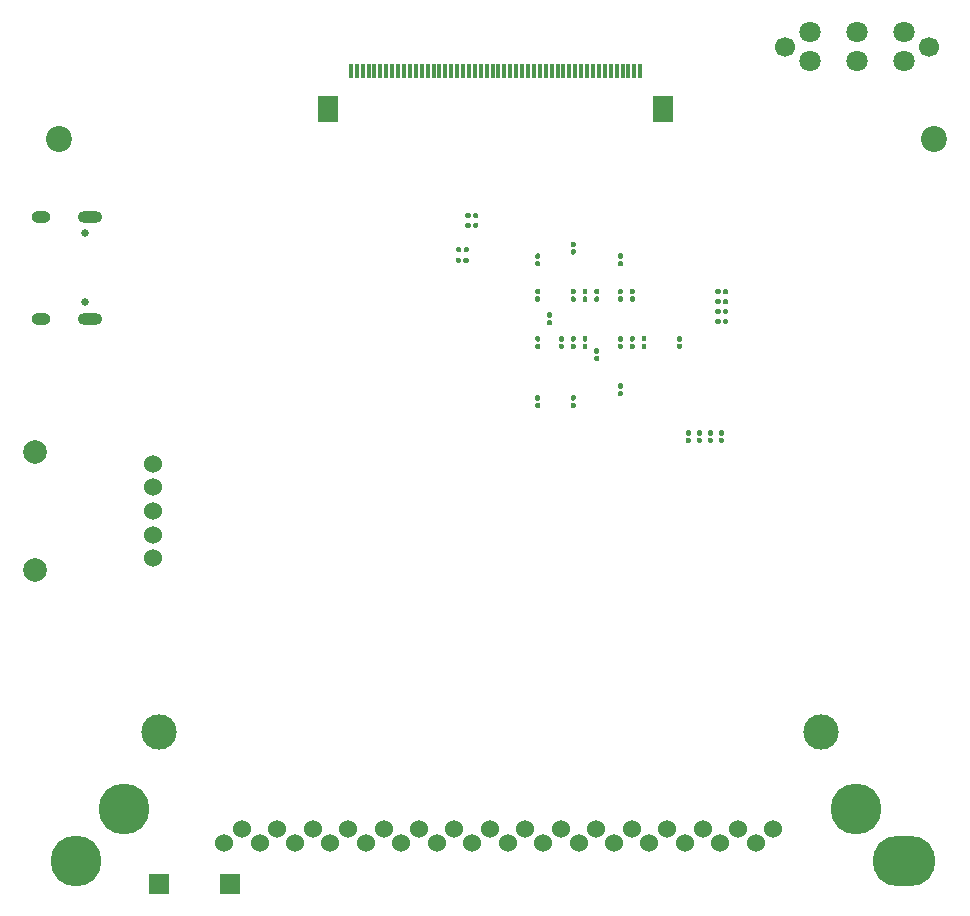
<source format=gbr>
%TF.GenerationSoftware,KiCad,Pcbnew,(5.1.10-1-10_14)*%
%TF.CreationDate,2021-07-06T18:46:16+02:00*%
%TF.ProjectId,gb-fpga,67622d66-7067-4612-9e6b-696361645f70,rev?*%
%TF.SameCoordinates,Original*%
%TF.FileFunction,Soldermask,Bot*%
%TF.FilePolarity,Negative*%
%FSLAX46Y46*%
G04 Gerber Fmt 4.6, Leading zero omitted, Abs format (unit mm)*
G04 Created by KiCad (PCBNEW (5.1.10-1-10_14)) date 2021-07-06 18:46:16*
%MOMM*%
%LPD*%
G01*
G04 APERTURE LIST*
%ADD10C,2.000000*%
%ADD11C,1.524000*%
%ADD12C,1.800000*%
%ADD13C,1.700000*%
%ADD14C,4.300000*%
%ADD15C,3.000000*%
%ADD16O,5.300000X4.300000*%
%ADD17C,2.200000*%
%ADD18O,2.100000X1.000000*%
%ADD19O,1.600000X1.000000*%
%ADD20C,0.650000*%
%ADD21R,1.700000X1.700000*%
%ADD22R,1.800000X2.200000*%
%ADD23R,0.300000X1.300000*%
G04 APERTURE END LIST*
D10*
%TO.C,RV1*%
X1500000Y39600000D03*
X1500000Y29600000D03*
D11*
X11500000Y38600000D03*
X11500000Y36600000D03*
X11500000Y34600000D03*
X11500000Y32600000D03*
X11500000Y30600000D03*
%TD*%
D12*
%TO.C,SW1*%
X75100000Y72650000D03*
X75100000Y75150000D03*
X71100000Y72650000D03*
X71100000Y75150000D03*
X67100000Y72650000D03*
X67100000Y75150000D03*
D13*
X77200000Y73900000D03*
X65000000Y73900000D03*
%TD*%
D14*
%TO.C,J2*%
X71025000Y9400000D03*
X9025000Y9400000D03*
D15*
X68025000Y15900000D03*
X12025000Y15900000D03*
D11*
X64025000Y7700000D03*
X61025000Y7700000D03*
X58025000Y7700000D03*
X55025000Y7700000D03*
X52025000Y7700000D03*
X49025000Y7700000D03*
X46025000Y7700000D03*
X43025000Y7700000D03*
X40025000Y7700000D03*
X37025000Y7700000D03*
X34025000Y7700000D03*
X31025000Y7700000D03*
X28025000Y7700000D03*
X25025000Y7700000D03*
X22025000Y7700000D03*
X19025000Y7700000D03*
X62525000Y6500000D03*
X59525000Y6500000D03*
X56525000Y6500000D03*
X53525000Y6500000D03*
X50525000Y6500000D03*
X47525000Y6500000D03*
X44525000Y6500000D03*
X41525000Y6500000D03*
X38525000Y6500000D03*
X35525000Y6500000D03*
X32525000Y6500000D03*
X29525000Y6500000D03*
X26525000Y6500000D03*
X23525000Y6500000D03*
X20525000Y6500000D03*
X17525000Y6500000D03*
%TD*%
D14*
%TO.C,REF\u002A\u002A*%
X5000000Y5000000D03*
%TD*%
D16*
%TO.C,REF\u002A\u002A*%
X75100000Y5000000D03*
%TD*%
D17*
%TO.C,REF\u002A\u002A*%
X77600000Y66100000D03*
%TD*%
%TO.C,REF\u002A\u002A*%
X3500000Y66100000D03*
%TD*%
D18*
%TO.C,J1*%
X6205000Y59520000D03*
X6205000Y50880000D03*
D19*
X2025000Y59520000D03*
X2025000Y50880000D03*
D20*
X5705000Y52310000D03*
X5705000Y58090000D03*
%TD*%
D21*
%TO.C,J3*%
X18000000Y3000000D03*
%TD*%
%TO.C,J4*%
X12000000Y3000000D03*
%TD*%
D22*
%TO.C,J5*%
X26350000Y68600000D03*
X54650000Y68600000D03*
D23*
X52750000Y71850000D03*
X52250000Y71850000D03*
X51750000Y71850000D03*
X51250000Y71850000D03*
X50750000Y71850000D03*
X50250000Y71850000D03*
X49750000Y71850000D03*
X49250000Y71850000D03*
X48750000Y71850000D03*
X48250000Y71850000D03*
X47750000Y71850000D03*
X47250000Y71850000D03*
X46750000Y71850000D03*
X46250000Y71850000D03*
X45750000Y71850000D03*
X45250000Y71850000D03*
X44750000Y71850000D03*
X44250000Y71850000D03*
X43750000Y71850000D03*
X43250000Y71850000D03*
X42750000Y71850000D03*
X42250000Y71850000D03*
X41750000Y71850000D03*
X41250000Y71850000D03*
X40750000Y71850000D03*
X40250000Y71850000D03*
X39750000Y71850000D03*
X39250000Y71850000D03*
X38750000Y71850000D03*
X38250000Y71850000D03*
X37750000Y71850000D03*
X37250000Y71850000D03*
X36750000Y71850000D03*
X36250000Y71850000D03*
X35750000Y71850000D03*
X35250000Y71850000D03*
X34750000Y71850000D03*
X34250000Y71850000D03*
X33750000Y71850000D03*
X33250000Y71850000D03*
X32750000Y71850000D03*
X32250000Y71850000D03*
X31750000Y71850000D03*
X31250000Y71850000D03*
X30750000Y71850000D03*
X30250000Y71850000D03*
X29750000Y71850000D03*
X29250000Y71850000D03*
X28750000Y71850000D03*
X28250000Y71850000D03*
%TD*%
%TO.C,C14*%
G36*
G01*
X51975000Y49400000D02*
X52175000Y49400000D01*
G75*
G02*
X52275000Y49300000I0J-100000D01*
G01*
X52275000Y49040000D01*
G75*
G02*
X52175000Y48940000I-100000J0D01*
G01*
X51975000Y48940000D01*
G75*
G02*
X51875000Y49040000I0J100000D01*
G01*
X51875000Y49300000D01*
G75*
G02*
X51975000Y49400000I100000J0D01*
G01*
G37*
G36*
G01*
X51975000Y48760000D02*
X52175000Y48760000D01*
G75*
G02*
X52275000Y48660000I0J-100000D01*
G01*
X52275000Y48400000D01*
G75*
G02*
X52175000Y48300000I-100000J0D01*
G01*
X51975000Y48300000D01*
G75*
G02*
X51875000Y48400000I0J100000D01*
G01*
X51875000Y48660000D01*
G75*
G02*
X51975000Y48760000I100000J0D01*
G01*
G37*
%TD*%
%TO.C,C15*%
G36*
G01*
X46175000Y48940000D02*
X45975000Y48940000D01*
G75*
G02*
X45875000Y49040000I0J100000D01*
G01*
X45875000Y49300000D01*
G75*
G02*
X45975000Y49400000I100000J0D01*
G01*
X46175000Y49400000D01*
G75*
G02*
X46275000Y49300000I0J-100000D01*
G01*
X46275000Y49040000D01*
G75*
G02*
X46175000Y48940000I-100000J0D01*
G01*
G37*
G36*
G01*
X46175000Y48300000D02*
X45975000Y48300000D01*
G75*
G02*
X45875000Y48400000I0J100000D01*
G01*
X45875000Y48660000D01*
G75*
G02*
X45975000Y48760000I100000J0D01*
G01*
X46175000Y48760000D01*
G75*
G02*
X46275000Y48660000I0J-100000D01*
G01*
X46275000Y48400000D01*
G75*
G02*
X46175000Y48300000I-100000J0D01*
G01*
G37*
%TD*%
%TO.C,C16*%
G36*
G01*
X49175000Y47275000D02*
X48975000Y47275000D01*
G75*
G02*
X48875000Y47375000I0J100000D01*
G01*
X48875000Y47635000D01*
G75*
G02*
X48975000Y47735000I100000J0D01*
G01*
X49175000Y47735000D01*
G75*
G02*
X49275000Y47635000I0J-100000D01*
G01*
X49275000Y47375000D01*
G75*
G02*
X49175000Y47275000I-100000J0D01*
G01*
G37*
G36*
G01*
X49175000Y47915000D02*
X48975000Y47915000D01*
G75*
G02*
X48875000Y48015000I0J100000D01*
G01*
X48875000Y48275000D01*
G75*
G02*
X48975000Y48375000I100000J0D01*
G01*
X49175000Y48375000D01*
G75*
G02*
X49275000Y48275000I0J-100000D01*
G01*
X49275000Y48015000D01*
G75*
G02*
X49175000Y47915000I-100000J0D01*
G01*
G37*
%TD*%
%TO.C,C17*%
G36*
G01*
X55975000Y48760000D02*
X56175000Y48760000D01*
G75*
G02*
X56275000Y48660000I0J-100000D01*
G01*
X56275000Y48400000D01*
G75*
G02*
X56175000Y48300000I-100000J0D01*
G01*
X55975000Y48300000D01*
G75*
G02*
X55875000Y48400000I0J100000D01*
G01*
X55875000Y48660000D01*
G75*
G02*
X55975000Y48760000I100000J0D01*
G01*
G37*
G36*
G01*
X55975000Y49400000D02*
X56175000Y49400000D01*
G75*
G02*
X56275000Y49300000I0J-100000D01*
G01*
X56275000Y49040000D01*
G75*
G02*
X56175000Y48940000I-100000J0D01*
G01*
X55975000Y48940000D01*
G75*
G02*
X55875000Y49040000I0J100000D01*
G01*
X55875000Y49300000D01*
G75*
G02*
X55975000Y49400000I100000J0D01*
G01*
G37*
%TD*%
%TO.C,C18*%
G36*
G01*
X47175000Y52940000D02*
X46975000Y52940000D01*
G75*
G02*
X46875000Y53040000I0J100000D01*
G01*
X46875000Y53300000D01*
G75*
G02*
X46975000Y53400000I100000J0D01*
G01*
X47175000Y53400000D01*
G75*
G02*
X47275000Y53300000I0J-100000D01*
G01*
X47275000Y53040000D01*
G75*
G02*
X47175000Y52940000I-100000J0D01*
G01*
G37*
G36*
G01*
X47175000Y52300000D02*
X46975000Y52300000D01*
G75*
G02*
X46875000Y52400000I0J100000D01*
G01*
X46875000Y52660000D01*
G75*
G02*
X46975000Y52760000I100000J0D01*
G01*
X47175000Y52760000D01*
G75*
G02*
X47275000Y52660000I0J-100000D01*
G01*
X47275000Y52400000D01*
G75*
G02*
X47175000Y52300000I-100000J0D01*
G01*
G37*
%TD*%
%TO.C,C19*%
G36*
G01*
X49175000Y52300000D02*
X48975000Y52300000D01*
G75*
G02*
X48875000Y52400000I0J100000D01*
G01*
X48875000Y52660000D01*
G75*
G02*
X48975000Y52760000I100000J0D01*
G01*
X49175000Y52760000D01*
G75*
G02*
X49275000Y52660000I0J-100000D01*
G01*
X49275000Y52400000D01*
G75*
G02*
X49175000Y52300000I-100000J0D01*
G01*
G37*
G36*
G01*
X49175000Y52940000D02*
X48975000Y52940000D01*
G75*
G02*
X48875000Y53040000I0J100000D01*
G01*
X48875000Y53300000D01*
G75*
G02*
X48975000Y53400000I100000J0D01*
G01*
X49175000Y53400000D01*
G75*
G02*
X49275000Y53300000I0J-100000D01*
G01*
X49275000Y53040000D01*
G75*
G02*
X49175000Y52940000I-100000J0D01*
G01*
G37*
%TD*%
%TO.C,C20*%
G36*
G01*
X50975000Y52755000D02*
X51175000Y52755000D01*
G75*
G02*
X51275000Y52655000I0J-100000D01*
G01*
X51275000Y52395000D01*
G75*
G02*
X51175000Y52295000I-100000J0D01*
G01*
X50975000Y52295000D01*
G75*
G02*
X50875000Y52395000I0J100000D01*
G01*
X50875000Y52655000D01*
G75*
G02*
X50975000Y52755000I100000J0D01*
G01*
G37*
G36*
G01*
X50975000Y53395000D02*
X51175000Y53395000D01*
G75*
G02*
X51275000Y53295000I0J-100000D01*
G01*
X51275000Y53035000D01*
G75*
G02*
X51175000Y52935000I-100000J0D01*
G01*
X50975000Y52935000D01*
G75*
G02*
X50875000Y53035000I0J100000D01*
G01*
X50875000Y53295000D01*
G75*
G02*
X50975000Y53395000I100000J0D01*
G01*
G37*
%TD*%
%TO.C,C21*%
G36*
G01*
X48175000Y48300000D02*
X47975000Y48300000D01*
G75*
G02*
X47875000Y48400000I0J100000D01*
G01*
X47875000Y48660000D01*
G75*
G02*
X47975000Y48760000I100000J0D01*
G01*
X48175000Y48760000D01*
G75*
G02*
X48275000Y48660000I0J-100000D01*
G01*
X48275000Y48400000D01*
G75*
G02*
X48175000Y48300000I-100000J0D01*
G01*
G37*
G36*
G01*
X48175000Y48940000D02*
X47975000Y48940000D01*
G75*
G02*
X47875000Y49040000I0J100000D01*
G01*
X47875000Y49300000D01*
G75*
G02*
X47975000Y49400000I100000J0D01*
G01*
X48175000Y49400000D01*
G75*
G02*
X48275000Y49300000I0J-100000D01*
G01*
X48275000Y49040000D01*
G75*
G02*
X48175000Y48940000I-100000J0D01*
G01*
G37*
%TD*%
%TO.C,C22*%
G36*
G01*
X47975000Y52760000D02*
X48175000Y52760000D01*
G75*
G02*
X48275000Y52660000I0J-100000D01*
G01*
X48275000Y52400000D01*
G75*
G02*
X48175000Y52300000I-100000J0D01*
G01*
X47975000Y52300000D01*
G75*
G02*
X47875000Y52400000I0J100000D01*
G01*
X47875000Y52660000D01*
G75*
G02*
X47975000Y52760000I100000J0D01*
G01*
G37*
G36*
G01*
X47975000Y53400000D02*
X48175000Y53400000D01*
G75*
G02*
X48275000Y53300000I0J-100000D01*
G01*
X48275000Y53040000D01*
G75*
G02*
X48175000Y52940000I-100000J0D01*
G01*
X47975000Y52940000D01*
G75*
G02*
X47875000Y53040000I0J100000D01*
G01*
X47875000Y53300000D01*
G75*
G02*
X47975000Y53400000I100000J0D01*
G01*
G37*
%TD*%
%TO.C,C23*%
G36*
G01*
X51175000Y48300000D02*
X50975000Y48300000D01*
G75*
G02*
X50875000Y48400000I0J100000D01*
G01*
X50875000Y48660000D01*
G75*
G02*
X50975000Y48760000I100000J0D01*
G01*
X51175000Y48760000D01*
G75*
G02*
X51275000Y48660000I0J-100000D01*
G01*
X51275000Y48400000D01*
G75*
G02*
X51175000Y48300000I-100000J0D01*
G01*
G37*
G36*
G01*
X51175000Y48940000D02*
X50975000Y48940000D01*
G75*
G02*
X50875000Y49040000I0J100000D01*
G01*
X50875000Y49300000D01*
G75*
G02*
X50975000Y49400000I100000J0D01*
G01*
X51175000Y49400000D01*
G75*
G02*
X51275000Y49300000I0J-100000D01*
G01*
X51275000Y49040000D01*
G75*
G02*
X51175000Y48940000I-100000J0D01*
G01*
G37*
%TD*%
%TO.C,C24*%
G36*
G01*
X52175000Y52940000D02*
X51975000Y52940000D01*
G75*
G02*
X51875000Y53040000I0J100000D01*
G01*
X51875000Y53300000D01*
G75*
G02*
X51975000Y53400000I100000J0D01*
G01*
X52175000Y53400000D01*
G75*
G02*
X52275000Y53300000I0J-100000D01*
G01*
X52275000Y53040000D01*
G75*
G02*
X52175000Y52940000I-100000J0D01*
G01*
G37*
G36*
G01*
X52175000Y52300000D02*
X51975000Y52300000D01*
G75*
G02*
X51875000Y52400000I0J100000D01*
G01*
X51875000Y52660000D01*
G75*
G02*
X51975000Y52760000I100000J0D01*
G01*
X52175000Y52760000D01*
G75*
G02*
X52275000Y52660000I0J-100000D01*
G01*
X52275000Y52400000D01*
G75*
G02*
X52175000Y52300000I-100000J0D01*
G01*
G37*
%TD*%
%TO.C,C25*%
G36*
G01*
X46975000Y48760000D02*
X47175000Y48760000D01*
G75*
G02*
X47275000Y48660000I0J-100000D01*
G01*
X47275000Y48400000D01*
G75*
G02*
X47175000Y48300000I-100000J0D01*
G01*
X46975000Y48300000D01*
G75*
G02*
X46875000Y48400000I0J100000D01*
G01*
X46875000Y48660000D01*
G75*
G02*
X46975000Y48760000I100000J0D01*
G01*
G37*
G36*
G01*
X46975000Y49400000D02*
X47175000Y49400000D01*
G75*
G02*
X47275000Y49300000I0J-100000D01*
G01*
X47275000Y49040000D01*
G75*
G02*
X47175000Y48940000I-100000J0D01*
G01*
X46975000Y48940000D01*
G75*
G02*
X46875000Y49040000I0J100000D01*
G01*
X46875000Y49300000D01*
G75*
G02*
X46975000Y49400000I100000J0D01*
G01*
G37*
%TD*%
%TO.C,C26*%
G36*
G01*
X53175000Y48305000D02*
X52975000Y48305000D01*
G75*
G02*
X52875000Y48405000I0J100000D01*
G01*
X52875000Y48665000D01*
G75*
G02*
X52975000Y48765000I100000J0D01*
G01*
X53175000Y48765000D01*
G75*
G02*
X53275000Y48665000I0J-100000D01*
G01*
X53275000Y48405000D01*
G75*
G02*
X53175000Y48305000I-100000J0D01*
G01*
G37*
G36*
G01*
X53175000Y48945000D02*
X52975000Y48945000D01*
G75*
G02*
X52875000Y49045000I0J100000D01*
G01*
X52875000Y49305000D01*
G75*
G02*
X52975000Y49405000I100000J0D01*
G01*
X53175000Y49405000D01*
G75*
G02*
X53275000Y49305000I0J-100000D01*
G01*
X53275000Y49045000D01*
G75*
G02*
X53175000Y48945000I-100000J0D01*
G01*
G37*
%TD*%
%TO.C,C27*%
G36*
G01*
X39050000Y59700000D02*
X39050000Y59500000D01*
G75*
G02*
X38950000Y59400000I-100000J0D01*
G01*
X38690000Y59400000D01*
G75*
G02*
X38590000Y59500000I0J100000D01*
G01*
X38590000Y59700000D01*
G75*
G02*
X38690000Y59800000I100000J0D01*
G01*
X38950000Y59800000D01*
G75*
G02*
X39050000Y59700000I0J-100000D01*
G01*
G37*
G36*
G01*
X38410000Y59700000D02*
X38410000Y59500000D01*
G75*
G02*
X38310000Y59400000I-100000J0D01*
G01*
X38050000Y59400000D01*
G75*
G02*
X37950000Y59500000I0J100000D01*
G01*
X37950000Y59700000D01*
G75*
G02*
X38050000Y59800000I100000J0D01*
G01*
X38310000Y59800000D01*
G75*
G02*
X38410000Y59700000I0J-100000D01*
G01*
G37*
%TD*%
%TO.C,C28*%
G36*
G01*
X59740000Y52220000D02*
X59740000Y52420000D01*
G75*
G02*
X59840000Y52520000I100000J0D01*
G01*
X60100000Y52520000D01*
G75*
G02*
X60200000Y52420000I0J-100000D01*
G01*
X60200000Y52220000D01*
G75*
G02*
X60100000Y52120000I-100000J0D01*
G01*
X59840000Y52120000D01*
G75*
G02*
X59740000Y52220000I0J100000D01*
G01*
G37*
G36*
G01*
X59100000Y52220000D02*
X59100000Y52420000D01*
G75*
G02*
X59200000Y52520000I100000J0D01*
G01*
X59460000Y52520000D01*
G75*
G02*
X59560000Y52420000I0J-100000D01*
G01*
X59560000Y52220000D01*
G75*
G02*
X59460000Y52120000I-100000J0D01*
G01*
X59200000Y52120000D01*
G75*
G02*
X59100000Y52220000I0J100000D01*
G01*
G37*
%TD*%
%TO.C,C29*%
G36*
G01*
X57660000Y40800000D02*
X57860000Y40800000D01*
G75*
G02*
X57960000Y40700000I0J-100000D01*
G01*
X57960000Y40440000D01*
G75*
G02*
X57860000Y40340000I-100000J0D01*
G01*
X57660000Y40340000D01*
G75*
G02*
X57560000Y40440000I0J100000D01*
G01*
X57560000Y40700000D01*
G75*
G02*
X57660000Y40800000I100000J0D01*
G01*
G37*
G36*
G01*
X57660000Y41440000D02*
X57860000Y41440000D01*
G75*
G02*
X57960000Y41340000I0J-100000D01*
G01*
X57960000Y41080000D01*
G75*
G02*
X57860000Y40980000I-100000J0D01*
G01*
X57660000Y40980000D01*
G75*
G02*
X57560000Y41080000I0J100000D01*
G01*
X57560000Y41340000D01*
G75*
G02*
X57660000Y41440000I100000J0D01*
G01*
G37*
%TD*%
%TO.C,C30*%
G36*
G01*
X43975000Y44400000D02*
X44175000Y44400000D01*
G75*
G02*
X44275000Y44300000I0J-100000D01*
G01*
X44275000Y44040000D01*
G75*
G02*
X44175000Y43940000I-100000J0D01*
G01*
X43975000Y43940000D01*
G75*
G02*
X43875000Y44040000I0J100000D01*
G01*
X43875000Y44300000D01*
G75*
G02*
X43975000Y44400000I100000J0D01*
G01*
G37*
G36*
G01*
X43975000Y43760000D02*
X44175000Y43760000D01*
G75*
G02*
X44275000Y43660000I0J-100000D01*
G01*
X44275000Y43400000D01*
G75*
G02*
X44175000Y43300000I-100000J0D01*
G01*
X43975000Y43300000D01*
G75*
G02*
X43875000Y43400000I0J100000D01*
G01*
X43875000Y43660000D01*
G75*
G02*
X43975000Y43760000I100000J0D01*
G01*
G37*
%TD*%
%TO.C,C31*%
G36*
G01*
X44975000Y51400000D02*
X45175000Y51400000D01*
G75*
G02*
X45275000Y51300000I0J-100000D01*
G01*
X45275000Y51040000D01*
G75*
G02*
X45175000Y50940000I-100000J0D01*
G01*
X44975000Y50940000D01*
G75*
G02*
X44875000Y51040000I0J100000D01*
G01*
X44875000Y51300000D01*
G75*
G02*
X44975000Y51400000I100000J0D01*
G01*
G37*
G36*
G01*
X44975000Y50760000D02*
X45175000Y50760000D01*
G75*
G02*
X45275000Y50660000I0J-100000D01*
G01*
X45275000Y50400000D01*
G75*
G02*
X45175000Y50300000I-100000J0D01*
G01*
X44975000Y50300000D01*
G75*
G02*
X44875000Y50400000I0J100000D01*
G01*
X44875000Y50660000D01*
G75*
G02*
X44975000Y50760000I100000J0D01*
G01*
G37*
%TD*%
%TO.C,C32*%
G36*
G01*
X43975000Y48760000D02*
X44175000Y48760000D01*
G75*
G02*
X44275000Y48660000I0J-100000D01*
G01*
X44275000Y48400000D01*
G75*
G02*
X44175000Y48300000I-100000J0D01*
G01*
X43975000Y48300000D01*
G75*
G02*
X43875000Y48400000I0J100000D01*
G01*
X43875000Y48660000D01*
G75*
G02*
X43975000Y48760000I100000J0D01*
G01*
G37*
G36*
G01*
X43975000Y49400000D02*
X44175000Y49400000D01*
G75*
G02*
X44275000Y49300000I0J-100000D01*
G01*
X44275000Y49040000D01*
G75*
G02*
X44175000Y48940000I-100000J0D01*
G01*
X43975000Y48940000D01*
G75*
G02*
X43875000Y49040000I0J100000D01*
G01*
X43875000Y49300000D01*
G75*
G02*
X43975000Y49400000I100000J0D01*
G01*
G37*
%TD*%
%TO.C,C33*%
G36*
G01*
X51175000Y44300000D02*
X50975000Y44300000D01*
G75*
G02*
X50875000Y44400000I0J100000D01*
G01*
X50875000Y44660000D01*
G75*
G02*
X50975000Y44760000I100000J0D01*
G01*
X51175000Y44760000D01*
G75*
G02*
X51275000Y44660000I0J-100000D01*
G01*
X51275000Y44400000D01*
G75*
G02*
X51175000Y44300000I-100000J0D01*
G01*
G37*
G36*
G01*
X51175000Y44940000D02*
X50975000Y44940000D01*
G75*
G02*
X50875000Y45040000I0J100000D01*
G01*
X50875000Y45300000D01*
G75*
G02*
X50975000Y45400000I100000J0D01*
G01*
X51175000Y45400000D01*
G75*
G02*
X51275000Y45300000I0J-100000D01*
G01*
X51275000Y45040000D01*
G75*
G02*
X51175000Y44940000I-100000J0D01*
G01*
G37*
%TD*%
%TO.C,C34*%
G36*
G01*
X56720000Y40800000D02*
X56920000Y40800000D01*
G75*
G02*
X57020000Y40700000I0J-100000D01*
G01*
X57020000Y40440000D01*
G75*
G02*
X56920000Y40340000I-100000J0D01*
G01*
X56720000Y40340000D01*
G75*
G02*
X56620000Y40440000I0J100000D01*
G01*
X56620000Y40700000D01*
G75*
G02*
X56720000Y40800000I100000J0D01*
G01*
G37*
G36*
G01*
X56720000Y41440000D02*
X56920000Y41440000D01*
G75*
G02*
X57020000Y41340000I0J-100000D01*
G01*
X57020000Y41080000D01*
G75*
G02*
X56920000Y40980000I-100000J0D01*
G01*
X56720000Y40980000D01*
G75*
G02*
X56620000Y41080000I0J100000D01*
G01*
X56620000Y41340000D01*
G75*
G02*
X56720000Y41440000I100000J0D01*
G01*
G37*
%TD*%
%TO.C,C35*%
G36*
G01*
X58590000Y41440000D02*
X58790000Y41440000D01*
G75*
G02*
X58890000Y41340000I0J-100000D01*
G01*
X58890000Y41080000D01*
G75*
G02*
X58790000Y40980000I-100000J0D01*
G01*
X58590000Y40980000D01*
G75*
G02*
X58490000Y41080000I0J100000D01*
G01*
X58490000Y41340000D01*
G75*
G02*
X58590000Y41440000I100000J0D01*
G01*
G37*
G36*
G01*
X58590000Y40800000D02*
X58790000Y40800000D01*
G75*
G02*
X58890000Y40700000I0J-100000D01*
G01*
X58890000Y40440000D01*
G75*
G02*
X58790000Y40340000I-100000J0D01*
G01*
X58590000Y40340000D01*
G75*
G02*
X58490000Y40440000I0J100000D01*
G01*
X58490000Y40700000D01*
G75*
G02*
X58590000Y40800000I100000J0D01*
G01*
G37*
%TD*%
%TO.C,C36*%
G36*
G01*
X59100000Y51380000D02*
X59100000Y51580000D01*
G75*
G02*
X59200000Y51680000I100000J0D01*
G01*
X59460000Y51680000D01*
G75*
G02*
X59560000Y51580000I0J-100000D01*
G01*
X59560000Y51380000D01*
G75*
G02*
X59460000Y51280000I-100000J0D01*
G01*
X59200000Y51280000D01*
G75*
G02*
X59100000Y51380000I0J100000D01*
G01*
G37*
G36*
G01*
X59740000Y51380000D02*
X59740000Y51580000D01*
G75*
G02*
X59840000Y51680000I100000J0D01*
G01*
X60100000Y51680000D01*
G75*
G02*
X60200000Y51580000I0J-100000D01*
G01*
X60200000Y51380000D01*
G75*
G02*
X60100000Y51280000I-100000J0D01*
G01*
X59840000Y51280000D01*
G75*
G02*
X59740000Y51380000I0J100000D01*
G01*
G37*
%TD*%
%TO.C,C37*%
G36*
G01*
X44175000Y52940000D02*
X43975000Y52940000D01*
G75*
G02*
X43875000Y53040000I0J100000D01*
G01*
X43875000Y53300000D01*
G75*
G02*
X43975000Y53400000I100000J0D01*
G01*
X44175000Y53400000D01*
G75*
G02*
X44275000Y53300000I0J-100000D01*
G01*
X44275000Y53040000D01*
G75*
G02*
X44175000Y52940000I-100000J0D01*
G01*
G37*
G36*
G01*
X44175000Y52300000D02*
X43975000Y52300000D01*
G75*
G02*
X43875000Y52400000I0J100000D01*
G01*
X43875000Y52660000D01*
G75*
G02*
X43975000Y52760000I100000J0D01*
G01*
X44175000Y52760000D01*
G75*
G02*
X44275000Y52660000I0J-100000D01*
G01*
X44275000Y52400000D01*
G75*
G02*
X44175000Y52300000I-100000J0D01*
G01*
G37*
%TD*%
%TO.C,C38*%
G36*
G01*
X43975000Y55760000D02*
X44175000Y55760000D01*
G75*
G02*
X44275000Y55660000I0J-100000D01*
G01*
X44275000Y55400000D01*
G75*
G02*
X44175000Y55300000I-100000J0D01*
G01*
X43975000Y55300000D01*
G75*
G02*
X43875000Y55400000I0J100000D01*
G01*
X43875000Y55660000D01*
G75*
G02*
X43975000Y55760000I100000J0D01*
G01*
G37*
G36*
G01*
X43975000Y56400000D02*
X44175000Y56400000D01*
G75*
G02*
X44275000Y56300000I0J-100000D01*
G01*
X44275000Y56040000D01*
G75*
G02*
X44175000Y55940000I-100000J0D01*
G01*
X43975000Y55940000D01*
G75*
G02*
X43875000Y56040000I0J100000D01*
G01*
X43875000Y56300000D01*
G75*
G02*
X43975000Y56400000I100000J0D01*
G01*
G37*
%TD*%
%TO.C,C39*%
G36*
G01*
X47175000Y56300000D02*
X46975000Y56300000D01*
G75*
G02*
X46875000Y56400000I0J100000D01*
G01*
X46875000Y56660000D01*
G75*
G02*
X46975000Y56760000I100000J0D01*
G01*
X47175000Y56760000D01*
G75*
G02*
X47275000Y56660000I0J-100000D01*
G01*
X47275000Y56400000D01*
G75*
G02*
X47175000Y56300000I-100000J0D01*
G01*
G37*
G36*
G01*
X47175000Y56940000D02*
X46975000Y56940000D01*
G75*
G02*
X46875000Y57040000I0J100000D01*
G01*
X46875000Y57300000D01*
G75*
G02*
X46975000Y57400000I100000J0D01*
G01*
X47175000Y57400000D01*
G75*
G02*
X47275000Y57300000I0J-100000D01*
G01*
X47275000Y57040000D01*
G75*
G02*
X47175000Y56940000I-100000J0D01*
G01*
G37*
%TD*%
%TO.C,C40*%
G36*
G01*
X59520000Y40800000D02*
X59720000Y40800000D01*
G75*
G02*
X59820000Y40700000I0J-100000D01*
G01*
X59820000Y40440000D01*
G75*
G02*
X59720000Y40340000I-100000J0D01*
G01*
X59520000Y40340000D01*
G75*
G02*
X59420000Y40440000I0J100000D01*
G01*
X59420000Y40700000D01*
G75*
G02*
X59520000Y40800000I100000J0D01*
G01*
G37*
G36*
G01*
X59520000Y41440000D02*
X59720000Y41440000D01*
G75*
G02*
X59820000Y41340000I0J-100000D01*
G01*
X59820000Y41080000D01*
G75*
G02*
X59720000Y40980000I-100000J0D01*
G01*
X59520000Y40980000D01*
G75*
G02*
X59420000Y41080000I0J100000D01*
G01*
X59420000Y41340000D01*
G75*
G02*
X59520000Y41440000I100000J0D01*
G01*
G37*
%TD*%
%TO.C,C41*%
G36*
G01*
X59100000Y53050000D02*
X59100000Y53250000D01*
G75*
G02*
X59200000Y53350000I100000J0D01*
G01*
X59460000Y53350000D01*
G75*
G02*
X59560000Y53250000I0J-100000D01*
G01*
X59560000Y53050000D01*
G75*
G02*
X59460000Y52950000I-100000J0D01*
G01*
X59200000Y52950000D01*
G75*
G02*
X59100000Y53050000I0J100000D01*
G01*
G37*
G36*
G01*
X59740000Y53050000D02*
X59740000Y53250000D01*
G75*
G02*
X59840000Y53350000I100000J0D01*
G01*
X60100000Y53350000D01*
G75*
G02*
X60200000Y53250000I0J-100000D01*
G01*
X60200000Y53050000D01*
G75*
G02*
X60100000Y52950000I-100000J0D01*
G01*
X59840000Y52950000D01*
G75*
G02*
X59740000Y53050000I0J100000D01*
G01*
G37*
%TD*%
%TO.C,C42*%
G36*
G01*
X38250000Y56810000D02*
X38250000Y56610000D01*
G75*
G02*
X38150000Y56510000I-100000J0D01*
G01*
X37890000Y56510000D01*
G75*
G02*
X37790000Y56610000I0J100000D01*
G01*
X37790000Y56810000D01*
G75*
G02*
X37890000Y56910000I100000J0D01*
G01*
X38150000Y56910000D01*
G75*
G02*
X38250000Y56810000I0J-100000D01*
G01*
G37*
G36*
G01*
X37610000Y56810000D02*
X37610000Y56610000D01*
G75*
G02*
X37510000Y56510000I-100000J0D01*
G01*
X37250000Y56510000D01*
G75*
G02*
X37150000Y56610000I0J100000D01*
G01*
X37150000Y56810000D01*
G75*
G02*
X37250000Y56910000I100000J0D01*
G01*
X37510000Y56910000D01*
G75*
G02*
X37610000Y56810000I0J-100000D01*
G01*
G37*
%TD*%
%TO.C,C43*%
G36*
G01*
X38400000Y58870000D02*
X38400000Y58670000D01*
G75*
G02*
X38300000Y58570000I-100000J0D01*
G01*
X38040000Y58570000D01*
G75*
G02*
X37940000Y58670000I0J100000D01*
G01*
X37940000Y58870000D01*
G75*
G02*
X38040000Y58970000I100000J0D01*
G01*
X38300000Y58970000D01*
G75*
G02*
X38400000Y58870000I0J-100000D01*
G01*
G37*
G36*
G01*
X39040000Y58870000D02*
X39040000Y58670000D01*
G75*
G02*
X38940000Y58570000I-100000J0D01*
G01*
X38680000Y58570000D01*
G75*
G02*
X38580000Y58670000I0J100000D01*
G01*
X38580000Y58870000D01*
G75*
G02*
X38680000Y58970000I100000J0D01*
G01*
X38940000Y58970000D01*
G75*
G02*
X39040000Y58870000I0J-100000D01*
G01*
G37*
%TD*%
%TO.C,C44*%
G36*
G01*
X59740000Y50540000D02*
X59740000Y50740000D01*
G75*
G02*
X59840000Y50840000I100000J0D01*
G01*
X60100000Y50840000D01*
G75*
G02*
X60200000Y50740000I0J-100000D01*
G01*
X60200000Y50540000D01*
G75*
G02*
X60100000Y50440000I-100000J0D01*
G01*
X59840000Y50440000D01*
G75*
G02*
X59740000Y50540000I0J100000D01*
G01*
G37*
G36*
G01*
X59100000Y50540000D02*
X59100000Y50740000D01*
G75*
G02*
X59200000Y50840000I100000J0D01*
G01*
X59460000Y50840000D01*
G75*
G02*
X59560000Y50740000I0J-100000D01*
G01*
X59560000Y50540000D01*
G75*
G02*
X59460000Y50440000I-100000J0D01*
G01*
X59200000Y50440000D01*
G75*
G02*
X59100000Y50540000I0J100000D01*
G01*
G37*
%TD*%
%TO.C,C45*%
G36*
G01*
X50975000Y55760000D02*
X51175000Y55760000D01*
G75*
G02*
X51275000Y55660000I0J-100000D01*
G01*
X51275000Y55400000D01*
G75*
G02*
X51175000Y55300000I-100000J0D01*
G01*
X50975000Y55300000D01*
G75*
G02*
X50875000Y55400000I0J100000D01*
G01*
X50875000Y55660000D01*
G75*
G02*
X50975000Y55760000I100000J0D01*
G01*
G37*
G36*
G01*
X50975000Y56400000D02*
X51175000Y56400000D01*
G75*
G02*
X51275000Y56300000I0J-100000D01*
G01*
X51275000Y56040000D01*
G75*
G02*
X51175000Y55940000I-100000J0D01*
G01*
X50975000Y55940000D01*
G75*
G02*
X50875000Y56040000I0J100000D01*
G01*
X50875000Y56300000D01*
G75*
G02*
X50975000Y56400000I100000J0D01*
G01*
G37*
%TD*%
%TO.C,C46*%
G36*
G01*
X38230000Y55910000D02*
X38230000Y55710000D01*
G75*
G02*
X38130000Y55610000I-100000J0D01*
G01*
X37870000Y55610000D01*
G75*
G02*
X37770000Y55710000I0J100000D01*
G01*
X37770000Y55910000D01*
G75*
G02*
X37870000Y56010000I100000J0D01*
G01*
X38130000Y56010000D01*
G75*
G02*
X38230000Y55910000I0J-100000D01*
G01*
G37*
G36*
G01*
X37590000Y55910000D02*
X37590000Y55710000D01*
G75*
G02*
X37490000Y55610000I-100000J0D01*
G01*
X37230000Y55610000D01*
G75*
G02*
X37130000Y55710000I0J100000D01*
G01*
X37130000Y55910000D01*
G75*
G02*
X37230000Y56010000I100000J0D01*
G01*
X37490000Y56010000D01*
G75*
G02*
X37590000Y55910000I0J-100000D01*
G01*
G37*
%TD*%
%TO.C,C47*%
G36*
G01*
X46975000Y44400000D02*
X47175000Y44400000D01*
G75*
G02*
X47275000Y44300000I0J-100000D01*
G01*
X47275000Y44040000D01*
G75*
G02*
X47175000Y43940000I-100000J0D01*
G01*
X46975000Y43940000D01*
G75*
G02*
X46875000Y44040000I0J100000D01*
G01*
X46875000Y44300000D01*
G75*
G02*
X46975000Y44400000I100000J0D01*
G01*
G37*
G36*
G01*
X46975000Y43760000D02*
X47175000Y43760000D01*
G75*
G02*
X47275000Y43660000I0J-100000D01*
G01*
X47275000Y43400000D01*
G75*
G02*
X47175000Y43300000I-100000J0D01*
G01*
X46975000Y43300000D01*
G75*
G02*
X46875000Y43400000I0J100000D01*
G01*
X46875000Y43660000D01*
G75*
G02*
X46975000Y43760000I100000J0D01*
G01*
G37*
%TD*%
M02*

</source>
